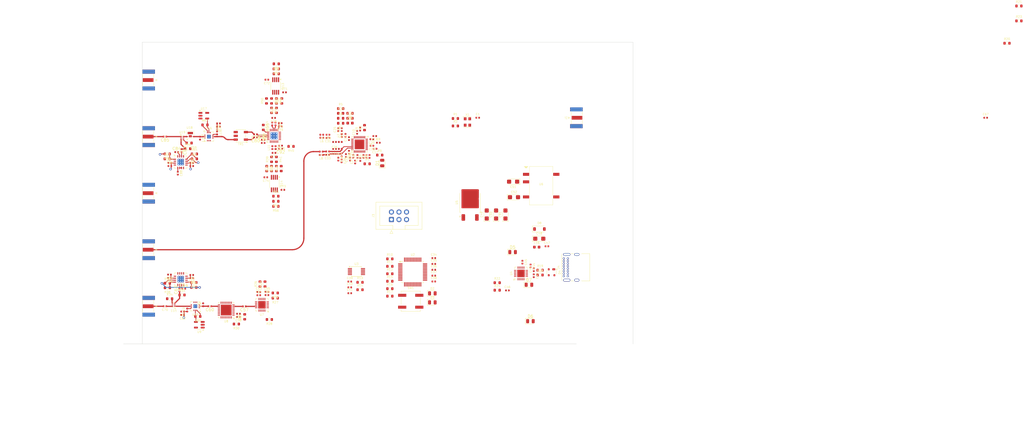
<source format=kicad_pcb>
(kicad_pcb (version 20240108) (generator "pcbnew") (generator_version "8.0")
  (title_block (title "openEPR S-Band Transceiver") (date "2024-03-16") (rev "v1.0") (company "openEPR") (comment 1 "Timothy Keller"))
  (layers (0 "F.Cu" signal) (1 "In1.Cu" signal) (2 "In2.Cu" signal) (31 "B.Cu" signal) (34 "B.Paste" user) (35 "F.Paste" user) (36 "B.SilkS" user "B.Silkscreen") (37 "F.SilkS" user "F.Silkscreen") (38 "B.Mask" user) (39 "F.Mask" user) (44 "Edge.Cuts" user))
  (net 0 "")
  (net 1 "+3.3VA")
  (net 2 "GND")
  (net 3 "Net-(U1-TEMP)")
  (net 4 "Net-(U1-VCOM)")
  (net 5 "Net-(U1-VREF)")
  (net 6 "REF_IN")
  (net 7 "Net-(U1-REFIN)")
  (net 8 "+3V3")
  (net 9 "Net-(U1-CPout)")
  (net 10 "Net-(C22-Pad1)")
  (net 11 "Net-(U1-VTUNE)")
  (net 12 "Net-(U1-RF_OUT_A+)")
  (net 13 "Net-(C30-Pad2)")
  (net 14 "Net-(C31-Pad2)")
  (net 15 "Net-(U1-RF_OUT_A-)")
  (net 16 "Net-(U1-RF_OUT_B+)")
  (net 17 "Net-(C32-Pad2)")
  (net 18 "Net-(U1-RF_OUT_B-)")
  (net 19 "Net-(C33-Pad2)")
  (net 20 "Net-(U2-~{RESET}{slash}PF6)")
  (net 21 "Net-(U3-AIN1)")
  (net 22 "Net-(U3-AIN0)")
  (net 23 "USBDP")
  (net 24 "USBDM")
  (net 25 "+5V")
  (net 26 "Net-(D8-K)")
  (net 27 "-5V")
  (net 28 "Net-(U8-RF1)")
  (net 29 "Net-(U7-RFOUT)")
  (net 30 "Net-(U10-RF_IN)")
  (net 31 "Net-(U8-RF2)")
  (net 32 "Net-(U12-RFIN-)")
  (net 33 "TX_MON")
  (net 34 "Net-(U12-RFIN+)")
  (net 35 "Net-(U12-CRMS)")
  (net 36 "Net-(U11-OUT)")
  (net 37 "TX")
  (net 38 "Net-(C77-Pad1)")
  (net 39 "Net-(C77-Pad2)")
  (net 40 "Net-(C78-Pad1)")
  (net 41 "Net-(C78-Pad2)")
  (net 42 "Net-(C79-Pad2)")
  (net 43 "Net-(U15-RFIN)")
  (net 44 "Net-(U15-RFIP)")
  (net 45 "Net-(U20-RFIN-)")
  (net 46 "RX_MON")
  (net 47 "Net-(U20-RFIN+)")
  (net 48 "RX_IN")
  (net 49 "Net-(U19-IN)")
  (net 50 "Net-(U20-CRMS)")
  (net 51 "Net-(D1-A)")
  (net 52 "Net-(D2-A)")
  (net 53 "Net-(D3-A)")
  (net 54 "VBUS")
  (net 55 "RX_LED")
  (net 56 "Net-(D5-A)")
  (net 57 "Net-(D6-A)")
  (net 58 "Net-(D7-A)")
  (net 59 "TX_LED")
  (net 60 "EXT_REF")
  (net 61 "Net-(J2-In)")
  (net 63 "UPDI")
  (net 67 "Net-(J4-CC2)")
  (net 69 "Net-(J4-CC1)")
  (net 70 "Net-(R53-Pad2)")
  (net 71 "Net-(R55-Pad2)")
  (net 72 "LO+")
  (net 73 "LO-")
  (net 74 "Net-(U10-Vdd)")
  (net 75 "Net-(U15-IHI)")
  (net 76 "Net-(U15-QLO)")
  (net 77 "Net-(U15-ILO)")
  (net 78 "Net-(U15-QHI)")
  (net 79 "Net-(U16-Vdd)")
  (net 80 "XO_REF")
  (net 81 "SYNTH_EN")
  (net 82 "Net-(U1-RSET)")
  (net 83 "Net-(R5-Pad1)")
  (net 84 "Net-(U1-SW)")
  (net 85 "LD")
  (net 86 "Net-(R10-Pad1)")
  (net 87 "RUN_LED")
  (net 88 "ERROR_LED")
  (net 89 "TX_VRMS")
  (net 90 "RX_VRMS")
  (net 91 "MOSI")
  (net 92 "Net-(U2-PA4)")
  (net 93 "Net-(U2-PA5)")
  (net 94 "MISO")
  (net 95 "Net-(U2-PA6)")
  (net 96 "SCLK")
  (net 97 "Net-(U4-USBDP)")
  (net 98 "Net-(U4-USBDM)")
  (net 99 "Net-(U7-PUP1)")
  (net 100 "Net-(U7-PUP2)")
  (net 101 "Net-(R27-Pad2)")
  (net 102 "Net-(R28-Pad2)")
  (net 103 "TX_ATTEN_LE")
  (net 104 "Net-(U8-OPT)")
  (net 105 "Net-(U8-S{slash}~{P})")
  (net 106 "Net-(U10-I_CTRL)")
  (net 107 "Net-(U10-EN)")
  (net 108 "Net-(U11-TERM)")
  (net 109 "Net-(U12-VREF)")
  (net 110 "Net-(U12-VTGT)")
  (net 111 "Net-(U12-TADJ)")
  (net 112 "Net-(R39-Pad1)")
  (net 113 "Net-(R40-Pad2)")
  (net 114 "Net-(R41-Pad2)")
  (net 115 "Net-(R42-Pad1)")
  (net 116 "Net-(U14A-+)")
  (net 117 "Net-(U14A--)")
  (net 118 "IQ_MIXER_EN")
  (net 119 "Net-(U13A-+)")
  (net 120 "Net-(U13A--)")
  (net 121 "Net-(U14B-+)")
  (net 122 "Net-(U14B--)")
  (net 123 "Net-(U13B-+)")
  (net 124 "I_IF")
  (net 125 "Net-(U13B--)")
  (net 126 "Q_IF")
  (net 127 "Net-(U16-I_CTRL)")
  (net 128 "Net-(U16-EN)")
  (net 129 "Net-(U19-TERM)")
  (net 130 "Net-(U20-VTGT)")
  (net 131 "Net-(U20-VREF)")
  (net 132 "Net-(U20-TADJ)")
  (net 134 "Net-(U16-RF_OUT)")
  (net 135 "~{SYNTH_CS}")
  (net 136 "PDB_RF")
  (net 137 "MUXOUT")
  (net 139 "C2")
  (net 140 "C1")
  (net 142 "XO_EN")
  (net 143 "DAC_VOUT")
  (net 144 "AIN2")
  (net 146 "AIN4")
  (net 147 "RX")
  (net 148 "TX_AMP_EN")
  (net 149 "C8")
  (net 151 "C16")
  (net 153 "AIN5")
  (net 154 "~{CS}")
  (net 155 "RX_AMP_EN")
  (net 157 "AIN1")
  (net 158 "AIN3")
  (net 159 "AIN7")
  (net 160 "C4")
  (net 161 "~{CS_ADC}")
  (net 163 "TX_PHASE_LE")
  (net 165 "AIN0")
  (net 185 "Net-(U10-RF_OUT)")
  (net 191 "Net-(C80-Pad2)")
  (net 192 "Net-(U16-RF_IN)")
  (net 194 "Net-(U18-RF_IN)")
  (net 200 "Net-(U15-ADJ)")
  (net 201 "SYNTH_TX")
  (footprint "Inductor_SMD:L_0603_1608Metric" (layer "F.Cu") (at 196.199 94.365)
    (property "Reference" "L16")
    (property "Value" "MH1608-601Y")
  )
  (footprint "Capacitor_SMD:C_0402_1005Metric" (layer "F.Cu") (at 136.7912 54.6354 90)
    (property "Reference" "C9")
    (property "Value" "100nF")
  )
  (footprint "Resistor_SMD:R_0603_1608Metric" (layer "F.Cu") (at 76.8604 110.49)
    (property "Reference" "R33")
    (property "Value" "60.4")
  )
  (footprint "Capacitor_SMD:C_0402_1005Metric" (layer "F.Cu") (at 195.1997 104.0198 -90)
    (property "Reference" "C43")
    (property "Value" "47pF")
  )
  (footprint "Capacitor_SMD:C_0402_1005Metric" (layer "F.Cu") (at 71.12 114.3 180)
    (property "Reference" "C70")
    (property "Value" "10nF")
  )
  (footprint "Capacitor_SMD:C_0402_1005Metric" (layer "F.Cu") (at 161.5743 103.9751)
    (property "Reference" "C37")
    (property "Value" "100nF")
  )
  (footprint "Resistor_SMD:R_0603_1608Metric" (layer "F.Cu") (at 182.9015 108.88)
    (property "Reference" "R24")
    (property "Value" "1k")
  )
  (footprint "Capacitor_SMD:C_0402_1005Metric" (layer "F.Cu") (at 86.233 114.3 180)
    (property "Reference" "C60")
    (property "Value" "10nF")
  )
  (footprint "Inductor_SMD:L_0402_1005Metric" (layer "F.Cu") (at 78.613 115.57 90)
    (property "Reference" "L10")
    (property "Value" "100nH")
  )
  (footprint "Resistor_SMD:R_0603_1608Metric" (layer "F.Cu") (at 136.75 106.23)
    (property "Reference" "R13")
    (property "Value" "1k")
  )
  (footprint "Package_CSP:LFCSP-24-1EP_4x4mm_P0.5mm_EP2.3x2.3mm_ThermalVias" (layer "F.Cu") (at 107.819 56.896 90)
    (property "Reference" "U15")
    (property "Value" "ADL5380")
  )
  (footprint "Resistor_SMD:R_0603_1608Metric" (layer "F.Cu") (at 113.538 60.452 180)
    (property "Reference" "R45")
    (property "Value" "0")
  )
  (footprint "Resistor_SMD:R_0603_1608Metric" (layer "F.Cu") (at 197.3333 102.1402)
    (property "Reference" "R19")
    (property "Value" "27")
  )
  (footprint "Capacitor_SMD:C_0402_1005Metric" (layer "F.Cu") (at 131.8636 56.7182 90)
    (property "Reference" "C11")
    (property "Value" "100nF")
  )
  (footprint "Resistor_SMD:R_0603_1608Metric" (layer "F.Cu") (at 108.2335 109.8164 180)
    (property "Reference" "R29")
    (property "Value" "10k")
  )
  (footprint "Capacitor_SMD:C_0603_1608Metric" (layer "F.Cu") (at 133.3746 50.9778)
    (property "Reference" "C22")
    (property "Value" "47nF")
  )
  (footprint "Capacitor_SMD:C_0402_1005Metric" (layer "F.Cu") (at 102.6963 109.5116)
    (property "Reference" "C53")
    (property "Value" "100nF")
  )
  (footprint "Capacitor_SMD:C_0402_1005Metric" (layer "F.Cu") (at 104.1614 59.2836)
    (property "Reference" "C94")
    (property "Value" "100nF")
  )
  (footprint "Capacitor_SMD:C_0402_1005Metric" (layer "F.Cu") (at 125.9708 56.515 180)
    (property "Reference" "C30")
    (property "Value" "1nF")
  )
  (footprint "Resistor_SMD:R_0603_1608Metric" (layer "F.Cu") (at 79.248 59.309)
    (property "Reference" "R59")
    (property "Value" "50")
  )
  (footprint "Capacitor_SMD:C_0402_1005Metric" (layer "F.Cu") (at 110.0352 61.214 180)
    (property "Reference" "C92")
    (property "Value" "100nF")
  )
  (footprint "Capacitor_SMD:C_0402_1005Metric" (layer "F.Cu") (at 105.0568 70.8636 180)
    (property "Reference" "C74")
    (property "Value" "100nF")
  )
  (footprint "Connector_USB:USB_C_Receptacle_GCT_USB4085" (layer "F.Cu") (at 205.3225 104.15 90)
    (property "Reference" "J4")
    (property "Value" "USB_C_Receptacle_USB2.0_16P")
  )
  (footprint "Capacitor_SMD:C_0402_1005Metric" (layer "F.Cu") (at 101.6 56.388 180)
    (property "Reference" "C79")
    (property "Value" "10nF")
  )
  (footprint "Inductor_SMD:L_0402_1005Metric" (layer "F.Cu") (at 123.6848 63.3222 180)
    (property "Reference" "L8")
    (property "Value" "1.9nH")
  )
  (footprint "Inductor_SMD:L_0402_1005Metric" (layer "F.Cu") (at 108.3064 52.8828 90)
    (property "Reference" "L12")
    (property "Value" "200nH")
  )
  (footprint "Capacitor_SMD:C_0402_1005Metric" (layer "F.Cu") (at 72.771 67.056)
    (property "Reference" "C86")
    (property "Value" "100nF")
  )
  (footprint "Capacitor_SMD:C_0402_1005Metric" (layer "F.Cu") (at 80.137 104.775 180)
    (property "Reference" "C66")
    (property "Value" "100pF")
  )
  (footprint "Resistor_SMD:R_0603_1608Metric" (layer "F.Cu") (at 106.9872 64.8184 90)
    (property "Reference" "R39")
    (property "Value" "0")
  )
  (footprint "Capacitor_SMD:C_0402_1005Metric" (layer "F.Cu") (at 110.0352 60.198 180)
    (property "Reference" "C93")
    (property "Value" "100pF")
  )
  (footprint "Inductor_SMD:L_0402_1005Metric" (layer "F.Cu") (at 130.1136 61.2902 180)
    (property "Reference" "L3")
    (property "Value" "7.5nH")
  )
  (footprint "Resistor_SMD:R_0603_1608Metric" (layer "F.Cu") (at 105.2814 45.1358 90)
    (property "Reference" "R50")
    (property "Value" "430")
  )
  (footprint "Capacitor_SMD:C_0402_1005Metric" (layer "F.Cu") (at 125.8692 63.2714 180)
    (property "Reference" "C33")
    (property "Value" "1nF")
  )
  (footprint "Capacitor_SMD:C_0402_1005Metric" (layer "F.Cu") (at 75.9968 108.8136 90)
    (property "Reference" "C63")
    (property "Value" "10nF")
  )
  (footprint "Oscillator:Oscillator_SMD_EuroQuartz_XO32-4Pin_3.2x2.5mm" (layer "F.Cu") (at 172.896 52.224)
    (property "Reference" "X1")
    (property "Value" "XO32")
  )
  (footprint "Capacitor_SMD:C_0402_1005Metric" (layer "F.Cu") (at 141.7188 56.9722 180)
    (property "Reference" "C19")
    (property "Value" "100nF")
  )
  (footprint "Resistor_SMD:R_0603_1608Metric" (layer "F.Cu") (at 354.425 25.7)
    (property "Reference" "R20")
    (property "Value" "5.1k")
  )
  (footprint "Package_DFN_QFN:QFN-32-1EP_5x5mm_P0.5mm_EP3.6x3.6mm" (layer "F.Cu") (at 91.731 115.566 180)
    (property "Reference" "U8")
    (property "Value" "PE44820")
  )
  (footprint "Capacitor_SMD:C_0402_1005Metric" (layer "F.Cu") (at 77.089 117.221 180)
    (property "Reference" "C62")
    (property "Value" "10pF")
  )
  (footprint "Capacitor_SMD:C_0402_1005Metric" (layer "F.Cu") (at 72.771 66.04)
    (property "Reference" "C87")
    (property "Value" "100pF")
  )
  (footprint "Resistor_SMD:R_0603_1608Metric" (layer "F.Cu") (at 110.2384 67.9172 90)
    (property "Reference" "R49")
    (property "Value" "430")
  )
  (footprint "Capacitor_SMD:C_0402_1005Metric" (layer "F.Cu") (at 176.356 50.784)
    (property "Reference" "C1")
    (property "Value" "100nF")
  )
  (footprint "Resistor_SMD:R_0603_1608Metric" (layer "F.Cu") (at 358.435 18.17)
    (property "Reference" "R23")
    (property "Value" "1k")
  )
  (footprint "Diode_SMD:D_SOD-123" (layer "F.Cu") (at 197.114 88.285)
    (property "Reference" "D8")
    (property "Value" "1N5819")
  )
  (footprint "Inductor_SMD:L_0402_1005Metric" (layer "F.Cu") (at 107.2094 52.8828 90)
    (property "Reference" "L14")
    (property "Value" "200nH")
  )
  (footprint "Capacitor_Tantalum_SMD:CP_EIA-3216-18_Kemet-A" (layer "F.Cu") (at 179.3835 83.39 90)
    (property "Reference" "C49")
    (property "Value" "10uF")
  )
  (footprint "Package_SO:MSOP-8_3x3mm_P0.65mm" (layer "F.Cu") (at 107.9274 72.9722 -90)
    (property "Reference" "U14")
    (property "Value" "LT1819")
  )
  (footprint "Capacitor_Tantalum_SMD:CP_EIA-3216-18_Kemet-A" (layer "F.Cu") (at 182.5335 83.39 90)
    (property "Reference" "C50")
    (property "Value" "10uF")
  )
  (footprint "Package_CSP:LFCSP-32-1EP_5x5mm_P0.5mm_EP3.25x3.25mm" (layer "F.Cu") (at 136.588 59.7662 -90)
    (property "Reference" "U1")
    (property "Value" "ADF4351")
  )
  (footprint "Resistor_SMD:R_0603_1608Metric" (layer "F.Cu") (at 108.581 32.639 180)
    (property "Reference" "R58")
    (property "Value" "0")
  )
  (footprint "Capacitor_SMD:C_0402_1005Metric" (layer "F.Cu") (at 80.137 67.056)
    (property "Reference" "C89")
    (property "Value" "100nF")
  )
  (footprint "Capacitor_SMD:C_0402_1005Metric" (layer "F.Cu") (at 133.31 105.96)
    (property "Reference" "C39")
    (property "Value" "10nF")
  )
  (footprint "Capacitor_SMD:C_0402_1005Metric" (layer "F.Cu") (at 135.7752 55.7022 90)
    (property "Reference" "C10")
    (property "Value" "10pF")
  )
  (footprint "Connector_IDC:IDC-Header_2x03_P2.54mm_Vertical" (layer "F.Cu") (at 147.32 85.09 90)
    (property "Reference" "J3")
    (property "Value" "AVR-UPDI-6")
  )
  (footprint "Inductor_SMD:L_0402_1005Metric" (layer "F.Cu") (at 83.97 113.792 90)
    (property "Reference" "L9")
    (property "Value" "100nH")
  )
  (footprint "Capacitor_SMD:C_0402_1005Metric" (layer "F.Cu") (at 125.9708 57.531 180)
    (property "Reference" "C31")
    (property "Value" "1nF")
  )
  (footprint "Resistor_SMD:R_0603_1608Metric" (layer "F.Cu") (at 71.945 106.553)
    (property "Reference" "R35")
    (property "Value" "3.74")
  )
  (footprint "Resistor_SMD:R_0603_1608Metric" (layer "F.Cu") (at 71.882 64.643)
    (property "Reference" "R63")
    (property "Value" "270")
  )
  (footprint "Resistor_SMD:R_0603_1608Metric" (layer "F.Cu") (at 82.169 117.729 180)
    (property "Reference" "R32")
    (property "Value" "3.92k")
  )
  (footprint "Capacitor_SMD:C_0402_1005Metric" (layer "F.Cu") (at 142.9152 59.2074)
    (property "Reference" "C8")
    (property "Value" "10nF")
  )
  (footprint "Capacitor_SMD:C_0402_1005Metric" (layer "F.Cu") (at 186.3415 108.96)
    (property "Reference" "C46")
    (property "Value" "100nF")
  )
  (footprint "Resistor_SMD:R_0603_1608Metric" (layer "F.Cu") (at 108.581 35.9918)
    (property "Reference" "R55")
    (property "Value" "430")
  )
  (footprint "Capacitor_SMD:C_0402_1005Metric" (layer "F.Cu") (at 110.7972 75.08)
    (property "Reference" "C73")
    (property "Value" "100nF")
  )
  (footprint "Inductor_SMD:L_0402_1005Metric" (layer "F.Cu") (at 107.2642 60.856 90)
    (property "Reference" "L11")
    (property "Value" "200nH")
  )
  (footprint "Capacitor_SMD:C_0402_1005Metric" (layer "F.Cu") (at 135.1148 65.7098 90)
    (property "Reference" "C2")
    (property "Value" "100nF")
  )
  (footprint "Resistor_SMD:R_0603_1608Metric" (layer "F.Cu") (at 106.9872 67.9172 90)
    (property "Reference" "R43")
    (property "Value" "200")
  )
  (footprint "Inductor_SMD:L_0402_1005Metric" (layer "F.Cu") (at 108.331 60.856 -90)
    (property "Reference" "L13")
    (property "Value" "200nH")
  )
  (footprint "Resistor_SMD:R_0603_1608Metric" (layer "F.Cu") (at 139.1534 66.3194)
    (property "Reference" "R4")
    (property "Value" "4.7k")
  )
  (footprint "Resistor_SMD:R_0603_1608Metric" (layer "F.Cu") (at 108.6474 45.1358 -90)
    (property "Reference" "R48")
    (property "Value" "200")
  )
  (footprint "Package_TO_SOT_SMD:SOT-23-5" (layer "F.Cu") (at 82.677 120.523 180)
    (property "Reference" "U9")
    (property "Value" "SN74LVC1G125DCK")
  )
  (footprint "Package_DFN_QFN:QFN-16-1EP_4x4mm_P0.65mm_EP2.1x2.1mm_ThermalVias" (layer "F.Cu") (at 76.409 65.745)
    (property "Reference" "U20")
    (property "Value" "ADL5906")
  )
  (footprint "Resistor_SMD:R_0603_1608Metric" (layer "F.Cu") (at 168.846 53.564)
    (property "Reference" "R2")
    (property "Value" "0")
  )
  (footprint "_tim-RF-Mini-Circuits:JC0603C" (layer "F.Cu") (at 76.943 57.666)
    (property "Reference" "U19")
    (property "Value" "DCW-22-332+")
  )
  (footprint "Resistor_SMD:R_0603_1608Metric" (layer "F.Cu") (at 146.7843 110.8851)
    (property "Reference" "R17")
    (property "Value" "27")
  )
  (footprint "Capacitor_SMD:C_0402_1005Metric" (layer "F.Cu") (at 199.639 94.095)
    (property "Reference" "C47")
    (property "Value" "100nF")
  )
  (footprint "Resistor_SMD:R_0603_1608Metric" (layer "F.Cu") (at 130.238 47.7266)
    (property "Reference" "R5")
    (property "Value" "0")
  )
  (footprint "Capacitor_SMD:C_0402_1005Metric" (layer "F.Cu") (at 71.12 57.15 180)
    (property "Reference" "C85")
    (property "Value" "10nF")
  )
  (footprint "Capacitor_SMD:C_0402_1005Metric" (layer "F.Cu") (at 161.5743 102.0051)
    (property "Reference" "C36")
    (property "Value" "10nF")
  )
  (footprint "Connector_Coaxial:SMA_Samtec_SMA-J-P-X-ST-EM1_EdgeMount" (layer "F.Cu") (at 65.659 114.3 -90)
    (property "Reference" "J5" (hide yes))
    (property "Value" "SMA")
  )
  (footprint "LED_SMD:LED_0805_2012Metric" (layer "F.Cu") (at 188.0877 96.0442)
    (property "Reference" "D5")
    (property "Value" "150080VS75000" (hide yes))
  )
  (footprint "Resistor_SMD:R_0603_1608Metric" (layer "F.Cu") (at 136.75 108.74)
    (property "Reference" "R14")
    (property "Value" "1k")
  )
  (footprint "Resistor_SMD:R_0603_1608Metric" (layer "F.Cu") (at 146.7843 103.3551)
    (property "Reference" "R12")
    (property "Value" "1k")
  )
  (footprint "Inductor_SMD:L_0402_1005Metric" (layer "F.Cu") (at 123.6848 62.2046 180)
    (property "Reference" "L7")
    (property "Value" "1.9nH")
  )
  (footprint "Capacitor_SMD:C_0402_1005Metric" (layer "F.Cu") (at 89.143 52.705 180)
    (property "Reference" "C81")
    (property "Value" "100nF")
  )
  (footprint "Capacitor_SMD:C_0402_1005Metric" (layer "F.Cu") (at 109.9018 53.6448 180)
    (property "Reference" "C76")
    (property "Value" "100pF")
  )
  (footprint "Capacitor_SMD:C_0402_1005Metric" (layer "F.Cu") (at 161.5743 100.0351)
    (property "Reference" "C35")
    (property "Value" "100nF")
  )
  (footprint "Capacitor_SMD:C_0402_1005Metric" (layer "F.Cu") (at 133.032 57.8358 90)
    (property "Reference" "C12")
    (property "Value" "10pF")
  )
  (footprint "Capacitor_SMD:C_0402_1005Metric" (layer "F.Cu") (at 129.4532 64.7446 -90)
    (property "Reference" "C28")
    (property "Value" "100nF")
  )
  (footprint "LED_SMD:LED_0805_2012Metric" (layer "F.Cu") (at 161.0843 112.9901)
    (property "Reference" "D3")
    (property "Value" "150080SS75000" (hide yes))
  )
  (footprint "Resistor_SMD:R_0603_1608Metric" (layer "F.Cu") (at 95.1546 120.2808 180)
    (property "Reference" "R30")
    (property "Value" "10k")
  )
  (footprint "Capacitor_SMD:C_0402_1005Metric" (layer "F.Cu") (at 105.4395 110.5276)
    (property "Reference" "C56")
    (property "Value" "100pF")
  )
  (footprint "Capacitor_SMD:C_0402_1005Metric" (layer "F.Cu") (at 111.3546 42.2402)
    (property "Reference" "C71")
    (property "Value" "100nF")
  )
  (footprint "Resistor_SMD:R_0603_1608Metric" (layer "F.Cu") (at 143.383 63.373)
    (property "Reference" "R9")
    (property "Value" "1k")
  )
  (footprint "Button_Switch_SMD:SW_SPST_B3SL-1002P" (layer "F.Cu") (at 153.8143 112.6051)
    (property "Reference" "SW1")
    (property "Value" "SW_Push")
  )
  (footprint "Capacitor_SMD:C_0402_1005Metric" (layer "F.Cu") (at 80.137 66.04)
    (property "Reference" "C90")
    (property "Value" "100pF")
  )
  (footprint "Capacitor_SMD:C_0402_1005Metric" (layer "F.Cu") (at 133.032 62.4078 -90)
    (property "Reference" "C14")
    (property "Value" "10pF")
  )
  (footprint "Connector_Coaxial:SMA_Samtec_SMA-J-P-X-ST-EM1_EdgeMount" (layer "F.Cu") (at 65.659 57.15 -90)
    (property "Reference" "J8" (hide yes))
    (property "Value" "SMA")
  )
  (footprint "Package_SO:MSOP-10_3x3mm_P0.5mm" (layer "F.Cu") (at 135.55 102.6)
    (property "Reference" "U3")
    (property "Value" "ADS1118IDGS")
  )
  (footprint "Capacitor_SMD:C_0402_1005Metric" (layer "F.Cu") (at 105.4395 109.4608)
    (property "Reference" "C55")
    (property "Value" "100nF")
  )
  (footprint "Resistor_SMD:R_0603_1608Metric" (layer "F.Cu") (at 108.581 34.3408 180)
    (property "Reference" "R54")
    (property "Value" "200")
  )
  (footprint "Resistor_SMD:R_0603_1608Metric" (layer "F.Cu") (at 168.846 51.054)
    (property "Reference" "R1")
    (property "Value" "0")
  )
  (footprint "Inductor_SMD:L_0402_1005Metric" (layer "F.Cu") (at 88.658 55.903 -90)
    (property "Reference" "L15")
    (property "Value" "100nH")
  )
  (footprint "Capacitor_SMD:C_0402_1005Metric" (layer "F.Cu") (at 137.9088 63.8302 90)
    (property "Reference" "C5")
    (property "Value" "10pF")
  )
  (footprint "Resistor_SMD:R_0603_1608Metric" (layer "F.Cu") (at 146.7843 105.8651)
    (property "Reference" "R15")
    (property "Value" "27")
  )
  (footprint "Capacitor_SMD:C_0402_1005Metric" (layer "F.Cu") (at 133.31 107.93)
    (property "Reference" "C40")
    (property "Value" "10nF")
  )
  (footprint "_tim-RF:DFN-2-2.3x2.3" (layer "F.Cu") (at 79.658 56.478)
    (property "Reference" "U18")
    (property "Value" "SKY16603-632LF")
  )
  (footprint "Capacitor_SMD:C_0402_1005Metric" (layer "F.Cu") (at 107.6944 50.8508 180)
    (property "Reference" "C78")
    (property "Value" "3pF")
  )
  (footprint "Inductor_SMD:L_0402_1005Metric" (layer "F.Cu") (at 130.5708 56.769 90)
    (property "Reference" "L1")
    (property "Value" "7.5nH")
  )
  (footprint "Capacitor_SMD:C_0402_1005Metric" (layer "F.Cu") (at 72.644 104.775 180)
    (property "Reference" "C69")
    (property "Value" "100pF")
  )
  (footprint "Resistor_SMD:R_0603_1608Metric" (layer "F.Cu") (at 106.9964 45.1358 -90)
    (property "Reference" "R47")
    (property "Value" "200")
  )
  (footprint "Resistor_SMD:R_0603_1608Metric" (layer "F.Cu") (at 105.3616 67.9172 -90)
    (property "Reference" "R46")
    (property "Value" "430")
  )
  (footprint "Package_DFN_QFN:QFN-20-1EP_4x4mm_P0.5mm_EP2.5x2.5mm" (layer "F.Cu") (at 190.9015 103.22 90)
    (property "Reference" "U4")
    (property "Value" "FT231XQ")
  )
  (footprint "Resistor_SMD:R_0603_1608Metric" (layer "F.Cu") (at 130.2258 50.9778)
    (property "Reference" "R6")
    (property "Value" "360")
  )
  (footprint "Resistor_SMD:R_0603_1608Metric" (layer "F.Cu") (at 106.2523 118.7572 180)
    (property "Reference" "R28")
    (property "Value" "10k")
  )
  (footprint "Resistor_SMD:R_0603_1608Metric" (layer "F.Cu") (at 84.582 53.213)
    (property "Reference" "R57")
    (property "Value" "3.92k")
  )
  (footprint "Capacitor_SMD:C_0402_1005Metric" (layer "F.Cu") (at 161.5743 98.0651)
    (property "Reference" "C34")
    (property "Value" "100nF")
  )
  (footprint "Resistor_SMD:R_0603_1608Metric" (layer "F.Cu") (at 80.835 107.95)
    (property "Reference" "R36")
    (property "Value" "1.5k")
  )
  (footprint "Resistor_SMD:R_0603_1608Metric" (layer "F.Cu") (at 81.026 64.643)
    (property "Reference" "R61")
    (property "Value" "3.74")
  )
  (footprint "Inductor_SMD:L_0402_1005Metric" (layer "F.Cu") (at 82.931 57.658 -90)
    (property "Reference" "L17")
    (property "Value" "100nH")
  )
  (footprint "Capacitor_SMD:C_0402_1005Metric" (layer "F.Cu") (at 102.6963 110.5784)
    (property "Reference" "C54")
    (property "Value" "100pF")
  )
  (footprint "Capacitor_SMD:C_0402_1005Metric" (layer "F.Cu") (at 97.818 114.3372 180)
    (property "Reference" "C57")
    (property "Value" "10nF")
  )
  (footprint "Resistor_SMD:R_0603_1608Metric" (layer "F.Cu") (at 197.3333 103.7658)
    (property "Reference" "R18")
    (property "Value" "27")
  )
  (footprint "Capacitor_SMD:C_0402_1005Metric" (layer "F.Cu") (at 133.4384 64.7446 90)
    (property "Reference" "C15")
    (property "Value" "100nF")
  )
  (footprint "Inductor_SMD:L_0402_1005Metric" (layer "F.Cu") (at 130.1084 58.9534)
    (property "Reference" "L2")
    (property "Value" "7.5nH")
  )
  (footprint "Resistor_SMD:R_0603_1608Metric" (layer "F.Cu") (at 108.435 77.2136)
    (property "Reference" "R53")
    (property "Value" "430")
  )
  (footprint "Resistor_SMD:R_0603_1608Metric" (layer "F.Cu") (at 108.6128 67.9172 90)
    (property "Reference" "R44")
    (property "Value" "200")
  )
  (footprint "Capacitor_SMD:C_0402_1005Metric" (layer "F.Cu") (at 135.8768 63.8302 90)
    (property "Reference" "C3")
    (property "Value" "10pF")
  )
  (footprint "Resistor_SMD:R_0603_1608Metric" (layer "F.Cu") (at 130.238 52.6542 180)
    (property "Reference" "R7")
    (property "Value" "0")
  )
  (footprint "Resistor_SMD:R_0603_1608Metric" (layer "F.Cu") (at 103.1027 106.8192 90)
    (property "Reference" "R26")
    (property "Value" "10k")
  )
  (footprint "Resistor_SMD:R_0603_1608Metric" (layer "F.Cu") (at 81.026 62.992)
    (property "Reference" "R64")
    (property "Value" "2k")
  )
  (footprint "Resistor_SMD:R_0603_1608Metric" (layer "F.Cu") (at 146.7843 108.3751)
    (property "Reference" "R16")
    (property "Value" "27")
  )
  (footprint "Capacitor_Tantalum_SMD:CP_EIA-3216-18_Kemet-A" (layer "F.Cu") (at 188.2599 72.3232 180)
    (property "Reference" "C51")
    (property "Value" "4.7uF")
  )
  (footprint "Capacitor_SMD:C_0402_1005Metric" (layer "F.Cu") (at 125.8692 62.1538 180)
    (property "Reference" "C32")
    (property "Value" "1nF")
  )
  (footprint "Capacitor_Tantalum_SMD:CP_EIA-3216-18_Kemet-A" (layer "F.Cu") (at 197.064 91.535)
    (property "Reference" "C48")
    (property "Value" "10uF")
  )
  (footprint "Inductor_SMD:L_0402_1005Metric" (layer "F.Cu") (at 123.888 57.531 180)
    (property "Reference" "L6")
    (property "Value" "1.9nH")
  )
  (footprint "Package_SO:MSOP-8_3x3mm_P0.65mm" (layer "F.Cu") (at 108.3704 40.1023 -90)
    (property "Reference" "U13")
    (property "Value" "LT1819")
  )
  (footprint "Resistor_SMD:R_0603_1608Metric" (layer "F.Cu") (at 110.4254 45.1358 90)
    (property "Reference" "R52")
    (property "Value" "430")
  )
  (footprint "Capacitor_SMD:C_0402_1005Metric" (layer "F.Cu") (at 107.8 62.634 180)
    (property "Reference" "C77")
    (property "Value" "3pF")
  )
  (footprint "_tim-DC-DC:IES0105S05-H" (layer "F.Cu") (at 197.7025 73.66)
    (property "Reference" "U6")
    (property "Value" "IES0105S05-H")
  )
  (footprint "Resistor_SMD:R_0603_1608Metric" (layer "F.Cu") (at 146.7843 100.8451)
    (property "Reference" "R11")
    (property "Value" "1k")
  )
  (footprint "Capacitor_SMD:C_0402_1005Metric" (layer "F.Cu") (at 80.137 103.759 180)
    (property "Reference" "C65")
    (property "Value" "100nF")
  )
  (footprint "Package_DFN_QFN:QFN-16-1EP_4x4mm_P0.65mm_EP2.1x2.1mm_ThermalVias" (layer "F.Cu") (at 76.4228 105.1658 180)
    (property "Reference" "U12")
    (property "Value" "ADL5906")
  )
  (footprint "Capacitor_SMD:C_0402_1005Metric" (layer "F.Cu") (at 76.708 61.849 -90)
    (property "Reference" "C83")
    (property "Value" "10nF")
  )
  (footprint "Resistor_SMD:R_0603_1608Metric" (layer "F.Cu") (at 106.9964 48.3108 -90)
    (property "Reference" "R42")
    (property "Value" "0")
  )
  (footprint "Capacitor_SMD:C_0402_1005Metric" (layer "F.Cu") (at 133.31 109.9)
    (property "Reference" "C41")
    (property "Value" "100nF")
  )
  (footprint "Resistor_SMD:R_0603_1608Metric" (layer "F.Cu") (at 358.435 13.15)
    (property "Reference" "R21")
    (property "Value" "5.1k")
  )
  (footprint "Capacitor_SMD:C_0402_1005Metric" (layer "F.Cu") (at 128.178 58.9534 180)
    (property "Reference" "C26")
    (property "Value" "120pF")
  )
  (footprint "Capacitor_SMD:C_0402_1005Metric" (layer "F.Cu") (at 130.5936 54.7878 90)
    (property "Reference" "C24")
    (property "Value" "120pF")
  )
  (footprint "Capacitor_SMD:C_0402_1005Metric" (layer "F.Cu") (at 130.5428 65.3034 -90)
    (property "Reference" "C29")
    (property "Value" "120pF")
  )
  (footprint "Capacitor_SMD:C_0402_1005Metric" (layer "F.Cu") (at 89.143 53.749 180)
    (property "Reference" "C82")
    (property "Value" "10pF")
  )
  (footprint "Capacitor_SMD:C_0402_1005Metric" (layer "F.Cu") (at 77.47 108.3564)
    (property "Reference" "C64")
    (property "Value" "10nF")
  )
  (footprint "LED_SMD:LED_0805_2012Metric" (layer "F.Cu") (at 194.0821 119.3186)
    (property "Reference" "D6")
    (property "Value" "150080VS75000" (hide yes))
  )
  (footprint "Capacitor_SMD:C_0402_1005Metric" (layer "F.Cu") (at 161.5743 105.9451)
    (property "Reference" "C38")
    (property "Value" "10nF")
  )
  (footprint "Inductor_SMD:L_0402_1005Metric" (layer "F.Cu") (at 123.888 56.515 180)
    (property "Reference" "L5")
    (property "Value" "1.9nH")
  )
  (footprint "Resistor_SMD:R_0603_1608Metric" (layer "F.Cu") (at 108.2335 111.5436 180)
    (property "Reference" "R27")
    (property "Value" "10k")
  )
  (footprint "Transformer_SMD:Transformer_MACOM_SM-22" (layer "F.Cu") (at 96.647 56.896 180)
    (property "Reference" "TR1")
    (property "Value" "ETC1-1-13")
  )
  (footprint "Resistor_SMD:R_0603_1608Metric" (layer "F.Cu") (at 80.835 106.299 180)
    (property "Reference" "R37")
    (property "Value" "270")
  )
  (footprint "Capacitor_Tantalum_SMD:CP_EIA-3216-18_Kemet-A" (layer "F.Cu") (at 188.5589 77.5556)
    (property "Reference" "C52")
    (property "Value" "10uF")
  )
  (footprint "Capacitor_SMD:C_0402_1005Metric" (layer "F.Cu") (at 136.842 64.8462 90)
    (property "Reference" "C4")
    (property "Value" "100nF")
  )
  (footprint "Capacitor_SMD:C_0402_1005Metric" (layer "F.Cu") (at 101.6 57.404 180)
    (property "Reference" "C80")
    (property "Value" "10nF")
  )
  (footprint "Capacitor_SMD:C_0402_1005Metric" (layer "F.Cu") (at 129.4532 54.7878 90)
    (property "Reference" "C25")
    (property "Value" "100nF")
  )
  (footprint "Connector_Coaxial:SMA_Samtec_SMA-J-P-X-ST-EM1_EdgeMount" (layer "F.Cu") (at 209.55 50.8 90)
    (property "Reference" "J1")
    (property "Value" "SMA")
  )
  (footprint "Package_TO_SOT_SMD:SOT-23-5" (layer "F.Cu") (at 84.1955 50.104)
    (property "Reference" "U17")
    (property "Value" "SN74LVC1G125DCK")
  )
  (footprint "Capacitor_SMD:C_0402_1005Metric" (layer "F.Cu") (at 194.1329 100.7178 -90)
    (property "Reference" "C44")
    (property "Value" "100nF")
  )
  (footprint "Capacitor_SMD:C_0402_1005Metric" (layer "F.Cu") (at 134.4544 63.7794 90)
    (property "Reference" "C16")
    (property "Value" "10pF")
  )
  (footprint "Resistor_SMD:R_0603_1608Metric" (layer "F.Cu") (at 108.435 80.6426 180)
    (property "Reference" "R56")
    (property "Value" "0")
  )
  (footprint "Resistor_SMD:R_0603_1608Metric" (layer "F.Cu") (at 104.2122 54.0512 -90)
    (property "Reference" "R65")
    (property "Value" "1.5k")
  )
  (footprint "Resistor_SMD:R_0603_1608Metric" (layer "F.Cu") (at 97.9486 117.8424 90)
    (property "Reference" "R31")
    (property "Value" "10k")
  )
  (footprint "Capacitor_SMD:C_0603_1608Metric" (layer "F.Cu") (at 130.225 49.3014)
    (property "Reference" "C23")
    (property "Value" "680pF")
  )
  (footprint "Capacitor_SMD:C_0402_1005Metric" (layer "F.Cu") (at 139.9408 63.8302 90)
    (property "Reference" "C6")
    (property "Value" "100nF")
  )
  (footprint "Capacitor_SMD:C_0402_1005Metric" (layer "F.Cu") (at 195.1997 101.9878 90)
    (property "Reference" "C42")
    (property "Value" "47pF")
  )
  (footprint "Resistor_SMD:R_0603_1608Metric" (layer "F.Cu") (at 108.6464 48.3108 90)
    (property "Reference" "R40")
    (property "Value" "0")
  )
  (footprint "Resistor_SMD:R_0603_1608Metric" (layer "F.Cu") (at 71.882 62.992 180)
    (property "Reference" "R62")
    (property "Value" "1.5k")
  )
  (footprint "Inductor_SMD:L_0402_1005Metric" (layer "F.Cu") (at 130.5428 63.3222 90)
    (property "Reference" "L4")
    (property "Value" "7.5nH")
  )
  (footprint "Connector_Coaxial:SMA_Samtec_SMA-J-P-X-ST-EM1_EdgeMount" (layer "F.Cu") (at 65.659 95.25 -90)
    (property "Reference" "J2" (hide yes))
    (property "Value" "SMA")
  )
  (footprint "Capacitor_SMD:C_0402_1005Metric" (layer "F.Cu") (at 140.7028 58.039 180)
    (property "Reference" "C20")
    (property "Value" "10pF")
  )
  (footprint "_tim-RF-Mini-Circuits:DQ1225" (layer "F.Cu") (at 85.898 57.15)
    (property "Reference" "U16")
    (property "Value" "TSS-53LNB3+")
  )
  (footprint "Capacitor_SMD:C_0402_1005Metric" (layer "F.Cu") (at 95.8658 116.8264 180)
    (property "Reference" "C59")
    (property "Value" "100pF")
  )
  (footprint "LED_SMD:LED_0805_2012Metric" (layer "F.Cu") (at 144.2157 66.0454 90)
    (property "Reference" "D1")
    (property "Value" "150080VS75000" (hide yes))
  )
  (footprint "Resistor_SMD:R_0603_1608Metric" (layer "F.Cu") (at 108.6128 64.8184 -90)
    (property "Reference" "R41")
    (property "Value" "0")
  )
  (footprint "Resistor_SMD:R_0603_1608Metric" (layer "F.Cu") (at 133.3754 49.3014 180)
    (property "Reference" "R8")
    (property "Value" "1k")
  )
  (footprint "Connector_Coaxial:SMA_Samtec_SMA-J-P-X-ST-EM1_EdgeMount" (layer "F.Cu") (at 65.659 76.2 -90)
    (property "Reference" "J7" (hide yes))
    (property "Value" "SMA")
  )
  (footprint "Resistor_SMD:R_0603_1608Metric" (layer "F.Cu") (at 71.945 108.077 180)
    (property "Reference" "R38")
    (property "Value" "2k")
  )
  (footprint "Package_DFN_QFN:QFN-20-1EP_4x4mm_P0.5mm_EP2.5x2.5mm" (layer "F.Cu") (at 103.743 113.8 180)
    (property "Reference" "U7")
    (property "Value" "DAT-31A+")
  )
  (footprint "Capacitor_SMD:C_0603_1608Metric" (layer "F.Cu") (at 133.3876 52.6034)
    (property "Reference" "C21")
    (property "Value" "2.7nF")
  )
  (footprint "Capacitor_SMD:C_0402_1005Metric" (layer "F.Cu") (at 105.411 37.973 180)
    (property "Reference" "C72")
    (property "Value" "100nF")
  )
  (footprint "Resistor_SMD:R_0603_1608Metric" (layer "F.Cu") (at 146.7843 98.3351)
    (property "Reference" "R10")
    (property "Value" "1k")
  )
  (footprint "Capacitor_SMD:C_0402_1005Metric" (layer "F.Cu") (at 95.8658 117.8424 180)
    (property "Reference" "C58")
    (property "Value" "100nF")
  )
  (footprint "Resistor_SMD:R_0603_1608Metric" (layer "F.Cu") (at 104.7791 106.8192 90)
    (property "Reference" "R25")
    (property "Value" "10k")
  )
  (footprint "Resistor_SMD:R_0603_1608Metric" (layer "F.Cu") (at 138.2644 54.1274 90)
    (property "Reference" "R3")
    (property "Value" "10k")
  )
  (footprint "Capacitor_SMD:C_0402_1005Metric" (layer "F.Cu") (at 347.255 50.79)
    (property "Reference" "C67")
    (property "Value" "100nF")
  )
  (footprint "Resistor_SMD:R_0603_1608Metric" (layer "F.Cu") (at 78.804 61.214)
    (property "Reference" "R60")
    (property "Value" "60.4")
  )
  (footprint "Capacitor_SMD:C_0402_1005Metric" (layer "F.Cu") (at 109.9018 52.6288 180)
    (property "Reference" "C75")
    (property "Value" "100nF")
  )
  (footprint "Package_QFP:TQFP-48_7x7mm_P0.5mm" (layer "F.Cu") (at 154.4643 102.7551)
    (property "Reference" "U2")
    (property "Value" "AVR128DA48x-xPT")
  )
  (footprint "Resistor_SMD:R_0603_1608Metric" (layer "F.Cu") (at 72.6948 111.76)
    (property "Reference" "R34")
    (property "Value" "50")
  )
  (footprint "_tim-RF-Mini-Circuits:JC0603C" (layer "F.Cu") (at 74.0289 113.8 180)
    (property "Reference" "U11")
    (property "Value" "DCW-22-332+")
  )
  (footprint "Capacitor_SMD:C_0402_1005Metric" (layer "F.Cu") (at 75.057 62.357)
    (property "Reference" "C84")
    (property "Value" "10nF")
  )
  (footprint "LED_SMD:LED_0805_2012Metric" (layer "F.Cu") (at 193.5941 107.0478)
    (property "Reference" "D7")
    (property "Value" "150080VS75000" (hide yes))
  )
  (footprint "Capacitor_Tantalum_SMD:CP_EIA-3216-18_Kemet-A" (layer "F.Cu") (at 185.6835 83.39 90)
    (property "Reference" "C91")
    (property "Value" "10uF")
  )
  (footprint "Connector_Coaxial:SMA_Samtec_SMA-J-P-X-ST-EM1_EdgeMount" (layer "F.Cu") (at 65.659 38.1 -90)
    (property "Reference" "J6" (hide yes))
    (property "Value" "SMA")
  )
  (footprint "Package_TO_SOT_SMD:SOT-143" (layer "F.Cu") (at 201.1941 102.8514 -90)
    (property "Reference" "D4")
    (property "Value" "SP0503BAHT")
  )
  (footprint "LED_SMD:LED_0805_2012Metric" (layer "F.Cu") (at 161.0843 109.9501)
    (property "Reference" "D2")
    (property "Value" "150080VS75000" (hide yes))
  )
  (footprint "Capacitor_SMD:C_0402_1005Metric" (layer "F.Cu") (at 72.644 103.632 180)
    (property "Reference" "C68")
    (property "Value" "100nF")
  )
  (footprint "Resistor_SMD:R_0603_1608Metric" (layer "F.Cu") (at 182.9015 106.37)
    (property "Reference" "R22")
    (property "Value" "1k")
  )
  (footprint "Capacitor_SMD:C_0402_1005Metric" (layer "F.Cu") (at 77.089 116.078 180)
    (property "Reference" "C61")
    (property "Value" "100nF")
  )
  (footprint "Capacitor_SMD:C_0402_1005Metric" (layer "F.Cu") (at 141.8204 61.2394 180)
    (property "Reference" "C17")
    (property "Value" "100nF")
  )
  (footprint "Capacitor_SMD:C_0402_1005Metric" (layer "F.Cu") (at 104.1614 58.2168)
    (property "Reference" "C95")
    (property "Value" "100pF")
  )
  (footprint "Resistor_SMD:R_0603_1608Metric" (layer "F.Cu") (at 108.435 78.9408 180)
    (property "Reference" "R51")
    (property "Value" "200")
  )
  (footprint "Capacitor_SMD:C_0402_1005Metric" (layer "F.Cu") (at 138.9248 63.8302 90)
    (property "Reference" "C7")
    (property "Value" "10pF")
  )
  (footprint "Capacitor_SMD:C_0402_1005Metric" (layer "F.Cu") (at 140.7536 60.2234 180)
    (property "Reference" "C18")
    (property "Value" "10pF")
  )
  (footprint "Capacitor_SMD:C_0402_1005Metric" (layer "F.Cu") (at 132.016 63.5254 -90)
    (property "Reference" "C13")
    (property "Value" "100nF")
  )
  (footprint "_tim-RF-Mini-Circuits:DQ1225" (layer "F.Cu") (at 81.3308 114.3 180)
    (property "Reference" "U10")
    (property "Value" "TSS-53LNB3+")
  )
  (footprint "Capacitor_SMD:C_0402_1005Metric" (layer "F.Cu") (at 191.3897 99.4478 -90)
    (property "Reference" "C45")
    (property "Value" "100nF")
  )
  (footprint "Capacitor_SMD:C_0402_1005Metric" (layer "F.Cu") (at 75.438 69.469 -90)
    (property "Reference" "C88")
    (property "Value" "100nF")
  )
  (footprint "Capacitor_SMD:C_0402_1005Metric" (layer "F.Cu") (at 128.1832 61.2902 180)
    (property "Reference" "C27")
    (property "Value" "120pF")
  )
  (footprint "Package_TO_SOT_SMD:TO-252-2" (layer "F.Cu") (at 173.7885 79.345 90)
    (property "Reference" "U5")
    (property "Value" "AZ1117ID-3.3TRG1")
  )
  (gr_line (start 228.6 25.4) (end 63.5 25.4) (stroke (width 0.1)) (layer "Edge.Cuts"))
  (gr_line (start 57.15 127) (end 209.55 127) (stroke (width 0.1)) (layer "Edge.Cuts"))
  (gr_line (start 63.5 25.4) (end 63.5 127) (stroke (width 0.1)) (layer "Edge.Cuts"))
  (gr_line (start 228.6 127) (end 228.6 25.4) (stroke (width 0.1)) (layer "Edge.Cuts"))
  (segment (start 77.569 116.078) (end 77.569 117.221) (width 0.254) (layer "F.Cu") (net 1))
  (segment (start 77.569 118.011) (end 77.47 118.11) (width 0.254) (layer "F.Cu") (net 1))
  (segment (start 88.663 52.705) (end 88.663 53.749) (width 0.254) (layer "F.Cu") (net 1))
  (segment (start 78.613 116.055) (end 77.592 116.055) (width 0.254) (layer "F.Cu") (net 1))
  (segment (start 77.569 117.221) (end 77.569 118.011) (width 0.254) (layer "F.Cu") (net 1))
  (segment (start 88.658 53.754) (end 88.663 53.749) (width 0.254) (layer "F.Cu") (net 1))
  (segment (start 88.658 55.418) (end 88.658 53.754) (width 0.254) (layer "F.Cu") (net 1))
  (segment (start 77.592 116.055) (end 77.569 116.078) (width 0.254) (layer "F.Cu") (net 1))
  (via (at 77.47 118.11) (size 0.8) (drill 0.4) (layers "F.Cu" "B.Cu") (net 1))
  (segment (start 130.054999 62.1538) (end 126.3492 62.1538) (width 0.394208) (layer "F.Cu") (net 16))
  (segment (start 130.5986 61.2902) (end 130.5986 61.610199) (width 0.394208) (layer "F.Cu") (net 16))
  (segment (start 130.5986 61.610199) (end 130.054999 62.1538) (width 0.394208) (layer "F.Cu") (net 16))
  (segment (start 134.188 60.5162) (end 131.3726 60.5162) (width 0.25) (layer "F.Cu") (net 16))
  (segment (start 131.3726 60.5162) (end 130.5986 61.2902) (width 0.25) (layer "F.Cu") (net 16))
  (segment (start 125.3892 62.1538) (end 124.2206 62.1538) (width 0.394208) (layer "F.Cu") (net 17))
  (segment (start 124.2206 62.1538) (end 124.1698 62.2046) (width 0.394208) (layer "F.Cu") (net 17))
  (segment (start 130.5428 62.8372) (end 130.388 62.992) (width 0.394208) (layer "F.Cu") (net 18))
  (segment (start 130.388 62.992) (end 126.6286 62.992) (width 0.394208) (layer "F.Cu") (net 18))
  (segment (start 132.5318 61.0162) (end 130.7108 62.8372) (width 0.25) (layer "F.Cu") (net 18))
  (segment (start 130.7108 62.8372) (end 130.5428 62.8372) (width 0.25) (layer "F.Cu") (net 18))
  (segment (start 134.188 61.0162) (end 132.5318 61.0162) (width 0.25) (layer "F.Cu") (net 18))
  (segment (start 126.6286 62.992) (end 126.3492 63.2714) (width 0.394208) (layer "F.Cu") (net 18))
  (segment (start 125.3892 63.2714) (end 124.2206 63.2714) (width 0.394208) (layer "F.Cu") (net 19))
  (segment (start 124.2206 63.2714) (end 124.1698 63.3222) (width 0.394208) (layer "F.Cu") (net 19))
  (segment (start 79.657 103.759) (end 79.657 104.775) (width 0.254) (layer "F.Cu") (net 25))
  (segment (start 79.657 67.056) (end 79.657 66.04) (width 0.254) (layer "F.Cu") (net 25))
  (segment (start 109.069 54.9585) (end 109.069 54.634) (width 0.254) (layer "F.Cu") (net 25))
  (segment (start 79.657 67.056) (end 79.657 67.973) (width 0.254) (layer "F.Cu") (net 25))
  (segment (start 109.4218 54.2812) (end 109.4218 53.6448) (width 0.254) (layer "F.Cu") (net 25))
  (segment (start 73.124 103.632) (end 73.124 104.775) (width 0.254) (layer "F.Cu") (net 25))
  (segment (start 79.5912 104.8408) (end 79.657 104.775) (width 0.254) (layer "F.Cu") (net 25))
  (segment (start 73.251 66.04) (end 73.251 67.056) (width 0.254) (layer "F.Cu") (net 25))
  (segment (start 74.459 66.07) (end 73.281 66.07) (width 0.254) (layer "F.Cu") (net 25))
  (segment (start 109.4218 53.6448) (end 109.4218 52.6288) (width 0.254) (layer "F.Cu") (net 25))
  (segment (start 73.1898 104.8408) (end 73.124 104.775) (width 0.254) (layer "F.Cu") (net 25))
  (segment (start 109.069 54.634) (end 109.4218 54.2812) (width 0.254) (layer "F.Cu") (net 25))
  (segment (start 73.251 67.056) (end 73.251 67.846) (width 0.254) (layer "F.Cu") (net 25))
  (segment (start 78.3728 104.8408) (end 79.5912 104.8408) (width 0.254) (layer "F.Cu") (net 25))
  (segment (start 73.281 66.07) (end 73.251 66.04) (width 0.254) (layer "F.Cu") (net 25))
  (segment (start 78.359 66.07) (end 79.627 66.07) (width 0.254) (layer "F.Cu") (net 25))
  (segment (start 74.4728 104.8408) (end 73.1898 104.8408) (width 0.254) (layer "F.Cu") (net 25))
  (segment (start 79.657 67.973) (end 79.756 68.072) (width 0.254) (layer "F.Cu") (net 25))
  (segment (start 79.627 66.07) (end 79.657 66.04) (width 0.254) (layer "F.Cu") (net 25))
  (segment (start 73.251 67.846) (end 73.025 68.072) (width 0.254) (layer "F.Cu") (net 25))
  (via (at 79.756 68.072) (size 0.8) (drill 0.4) (layers "F.Cu" "B.Cu") (net 25))
  (via (at 73.025 68.072) (size 0.8) (drill 0.4) (layers "F.Cu" "B.Cu") (net 25))
  (segment (start 94.181 114.316) (end 94.73271 114.316) (width 0.254) (layer "F.Cu") (net 28))
  (segment (start 94.73271 114.316) (end 94.75391 114.3372) (width 0.254) (layer "F.Cu") (net 28))
  (segment (start 97.338 114.3372) (end 94.75391 114.3372) (width 0.394208) (layer "F.Cu") (net 28))
  (segment (start 98.298 114.3372) (end 101.20409 114.3372) (width 0.394208) (layer "F.Cu") (net 29))
  (segment (start 101.8055 114.3) (end 101.24129 114.3) (width 0.254) (layer "F.Cu") (net 29))
  (segment (start 101.24129 114.3) (end 101.20409 114.3372) (width 0.254) (layer "F.Cu") (net 29))
  (segment (start 83.97 114.277) (end 85.73 114.277) (width 0.394208) (layer "F.Cu") (net 30))
  (segment (start 82.6858 114.3) (end 83.947 114.3) (width 0.254) (layer "F.Cu") (net 30))
  (segment (start 85.73 114.277) (end 85.753 114.3) (width 0.254) (layer "F.Cu") (net 30))
  (segment (start 83.947 114.3) (end 83.97 114.277) (width 0.254) (layer "F.Cu") (net 30))
  (segment (start 88.757 114.3) (end 88.773 114.316) (width 0.394208) (layer "F.Cu") (net 31))
  (segment (start 86.713 114.3) (end 88.757 114.3) (width 0.394208) (layer "F.Cu") (net 31))
  (segment (start 88.773 114.316) (end 89.281 114.316) (width 0.254) (layer "F.Cu") (net 31))
  (segment (start 76.7478 108.1142) (end 76.99 108.3564) (width 0.254) (layer "F.Cu") (net 32))
  (segment (start 76.7478 107.1158) (end 76.7478 108.1142) (width 0.254) (layer "F.Cu") (net 32))
  (segment (start 74.4289 113.3) (end 74.4289 113.2771) (width 0.254) (layer "F.Cu") (net 33))
  (segment (start 76.0354 109.3322) (end 75.9968 109.2936) (width 0.394208) (layer "F.Cu") (net 33))
  (segment (start 74.4289 113.2771) (end 74.676 113.03) (width 0.254) (layer "F.Cu") (net 33))
  (segment (start 76.0354 110.49) (end 76.0354 111.6706) (width 0.394208) (layer "F.Cu") (net 33))
  (segment (start 76.0354 111.6706) (end 74.676 113.03) (width 0.394208) (layer "F.Cu") (net 33))
  (segment (start 76.0354 110.49) (end 76.0354 109.3322) (width 0.394208) (layer "F.Cu") (net 33))
  (segment (start 76.0978 107.1158) (end 76.0978 108.2326) (width 0.254) (layer "F.Cu") (net 34))
  (segment (start 76.0978 108.2326) (end 75.9968 108.3336) (width 0.254) (layer "F.Cu") (net 34))
  (segment (start 71.6 114.3) (end 71.622104 114.322104) (width 0.394208) (layer "F.Cu") (net 36))
  (segment (start 71.622104 114.322104) (end 73.6289 114.322104) (width 0.394208) (layer "F.Cu") (net 36))
  (segment (start 65.459 114.3) (end 70.64 114.3) (width 0.394208) (layer "F.Cu") (net 37))
  (segment (start 100.358 55.626) (end 101.12 56.388) (width 0.394208) (layer "F.Cu") (net 42))
  (segment (start 98.362 55.626) (end 100.358 55.626) (width 0.394208) (layer "F.Cu") (net 42))
  (segment (start 102.338 56.646) (end 105.8815 56.646) (width 0.254) (layer "F.Cu") (net 43))
  (segment (start 102.08 56.388) (end 102.338 56.646) (width 0.254) (layer "F.Cu") (net 43))
  (segment (start 102.338 57.146) (end 105.8815 57.146) (width 0.254) (layer "F.Cu") (net 44))
  (segment (start 102.08 57.404) (end 102.338 57.146) (width 0.254) (layer "F.Cu") (net 44))
  (segment (start 76.084 63.795) (end 76.084 63.257) (width 0.254) (layer "F.Cu") (net 45))
  (segment (start 75.537 62.71) (end 75.537 62.357) (width 0.254) (layer "F.Cu") (net 45))
  (segment (start 76.084 63.257) (end 75.537 62.71) (width 0.254) (layer "F.Cu") (net 45))
  (segment (start 76.543 58.166) (end 76.543 59.778) (width 0.394208) (layer "F.Cu") (net 46))
  (segment (start 76.543 59.778) (end 77.979 61.214) (width 0.394208) (layer "F.Cu") (net 46))
  (segment (start 77.852 61.341) (end 76.736 61.341) (width 0.394208) (layer "F.Cu") (net 46))
  (segment (start 77.979 61.214) (end 77.852 61.341) (width 0.394208) (layer "F.Cu") (net 46))
  (segment (start 76.736 61.341) (end 76.708 61.369) (width 0.394208) (layer "F.Cu") (net 46))
  (segment (start 76.734 63.795) (end 76.734 62.355) (width 0.254) (layer "F.Cu") (net 47))
  (segment (start 76.734 62.355) (end 76.708 62.329) (width 0.254) (layer "F.Cu") (net 47))
  (segment (start 65.459 57.15) (end 70.64 57.15) (width 0.394208) (layer "F.Cu") (net 48))
  (segment (start 71.6 57.15) (end 71.606104 57.143896) (width 0.394208) (layer "F.Cu") (net 49))
  (segment (start 71.606104 57.143896) (end 76.543 57.143896) (width 0.394208) (layer "F.Cu") (net 49))
  (segment (start 75.438 67.699) (end 75.434 67.695) (width 0.254) (layer "F.Cu") (net 50))
  (segment (start 75.438 68.989) (end 75.438 67.699) (width 0.254) (layer "F.Cu") (net 50))
  (segment (start 123.1998 62.2046) (end 121.045128 62.205624) (width 0.394208) (layer "F.Cu") (net 61))
  (segment (start 113.97867 95.25) (end 65.4225 95.25) (width 0.394208) (layer "F.Cu") (net 61))
  (segment (start 117.857269 65.394999) (end 117.857269 91.371401) (width 0.394208) (layer "F.Cu") (net 61))
  (arc (start 121.045128 62.205624) (mid 118.790879 63.140306) (end 117.857269 65.394999) (width 0.394208) (layer "F.Cu") (net 61))
  (arc (start 117.857269 91.371401) (mid 116.721254 94.113985) (end 113.97867 95.25) (width 0.394208) (layer "F.Cu") (net 61))
  (segment (start 79.6908 115.085) (end 78.613 115.085) (width 0.254) (layer "F.Cu") (net 74))
  (segment (start 79.9758 114.8) (end 79.6908 115.085) (width 0.254) (layer "F.Cu") (net 74))
  (segment (start 108.3064 53.9996) (end 108.3064 53.3678) (width 0.254) (layer "F.Cu") (net 76))
  (segment (start 108.069 54.237) (end 108.3064 53.9996) (width 0.254) (layer "F.Cu") (net 76))
  (segment (start 108.069 54.9585) (end 108.069 54.237) (width 0.254) (layer "F.Cu") (net 76))
  (segment (start 107.569 54.9585) (end 107.569 54.229) (width 0.254) (layer "F.Cu") (net 78))
  (segment (start 107.2094 53.8694) (end 107.2094 53.3678) (width 0.254) (layer "F.Cu") (net 78))
  (segment (start 107.569 54.229) (end 107.2094 53.8694) (width 0.254) (layer "F.Cu") (net 78))
  (segment (start 87.515 56.388) (end 88.658 56.388) (width 0.254) (layer "F.Cu") (net 79))
  (segment (start 87.253 56.65) (end 87.515 56.388) (width 0.254) (layer "F.Cu") (net 79))
  (segment (start 76.084 67.695) (end 76.734 67.695) (width 0.254) (layer "F.Cu") (net 90))
  (segment (start 82.994 117.729) (end 82.994 116.8182) (width 0.254) (layer "F.Cu") (net 106))
  (segment (start 82.994 116.8182) (end 81.8308 115.655) (width 0.254) (layer "F.Cu") (net 106))
  (segment (start 81.5395 119.573) (end 81.5395 117.9245) (width 0.254) (layer "F.Cu") (net 107))
  (segment (start 81.5395 117.9245) (end 81.344 117.729) (width 0.254) (layer "F.Cu") (net 107))
  (segment (start 81.344 117.729) (end 81.344 115.6682) (width 0.254) (layer "F.Cu") (net 107))
  (segment (start 81.344 115.6682) (end 81.3308 115.655) (width 0.254) (layer "F.Cu") (net 107))
  (segment (start 73.533 113.03) (end 73.6289 113.1259) (width 0.254) (layer "F.Cu") (net 108))
  (segment (start 73.5198 113.0168) (end 73.5198 111.76) (width 0.394208) (layer "F.Cu") (net 108))
  (segment (start 73.6289 113.1259) (end 73.6289 113.3) (width 0.254) (layer "F.Cu") (net 108))
  (segment (start 73.533 113.03) (end 73.5198 113.0168) (width 0.394208) (layer "F.Cu") (net 108))
  (segment (start 70.104 106.553) (end 71.12 106.553) (width 0.254) (layer "F.Cu") (net 109))
  (segment (start 82.804 107.95) (end 81.66 107.95) (width 0.254) (layer "F.Cu") (net 109))
  (segment (start 74.4728 105.4908) (end 72.1822 105.4908) (width 0.254) (layer "F.Cu") (net 109))
  (segment (start 72.1822 105.4908) (end 71.12 106.553) (width 0.254) (layer "F.Cu") (net 109))
  (via (at 82.804 107.95) (size 0.8) (drill 0.4) (layers "F.Cu" "B.Cu") (net 109))
  (via (at 70.104 106.553) (size 0.8) (drill 0.4) (layers "F.Cu" "B.Cu") (net 109))
  (segment (start 71.501 107.95) (end 70.104 106.553) (width 0.254) (layer "B.Cu") (net 109))
  (segment (start 82.804 107.95) (end 71.501 107.95) (width 0.254) (layer "B.Cu") (net 109))
  (segment (start 72.77 108.077) (end 72.77 106.553) (width 0.254) (layer "F.Cu") (net 110))
  (segment (start 74.4728 106.1408) (end 73.1822 106.1408) (width 0.254) (layer "F.Cu") (net 110))
  (segment (start 73.1822 106.1408) (end 72.77 106.553) (width 0.254) (layer "F.Cu") (net 110))
  (segment (start 79.8518 106.1408) (end 80.01 106.299) (width 0.254) (layer "F.Cu") (net 111))
  (segment (start 80.01 106.299) (end 80.01 107.95) (width 0.254) (layer "F.Cu") (net 111))
  (segment (start 78.3728 106.1408) (end 79.8518 106.1408) (width 0.254) (layer "F.Cu") (net 111))
  (segment (start 83.757 53.531) (end 85.398 55.172) (width 0.254) (layer "F.Cu") (net 127))
  (segment (start 85.398 55.172) (end 85.398 55.795) (width 0.254) (layer "F.Cu") (net 127))
  (segment (start 83.757 53.213) (end 83.757 53.531) (width 0.254) (layer "F.Cu") (net 127))
  (segment (start 85.898 54.529) (end 85.898 55.795) (width 0.254) (layer "F.Cu") (net 128))
  (segment (start 85.407 53.213) (end 85.407 51.128) (width 0.254) (layer "F.Cu") (net 128))
  (segment (start 85.407 51.128) (end 85.333 51.054) (width 0.254) (layer "F.Cu") (net 128))
  (segment (start 85.407 54.038) (end 85.898 54.529) (width 0.254) (layer "F.Cu") (net 128))
  (segment (start 85.407 53.213) (end 85.407 54.038) (width 0.254) (layer "F.Cu") (net 128))
  (segment (start 77.343 58.166) (end 77.343 58.229) (width 0.254) (layer "F.Cu") (net 129))
  (segment (start 77.343 58.229) (end 78.423 59.309) (width 0.254) (layer "F.Cu") (net 129))
  (segment (start 80.137 62.992) (end 80.201 62.992) (width 0.254) (layer "F.Cu") (net 130))
  (segment (start 80.201 62.993) (end 81.851 64.643) (width 0.254) (layer "F.Cu") (net 130))
  (segment (start 78.359 64.77) (end 80.137 62.992) (width 0.254) (layer "F.Cu") (net 130))
  (segment (start 80.201 62.992) (end 80.201 62.993) (width 0.254) (layer "F.Cu") (net 130))
  (segment (start 80.201 64.643) (end 81.471 65.913) (width 0.254) (layer "F.Cu") (net 131))
  (segment (start 81.471 65.913) (end 82.296 65.913) (width 0.254) (layer "F.Cu") (net 131))
  (segment (start 78.359 65.42) (end 78.783999 65.42) (width 0.254) (layer "F.Cu") (net 131))
  (segment (start 78.783999 65.42) (end 79.560999 64.643) (width 0.254) (layer "F.Cu") (net 131))
  (segment (start 79.560999 64.643) (end 80.201 64.643) (width 0.254) (layer "F.Cu") (net 131))
  (segment (start 71.057 62.992) (end 69.596 62.992) (width 0.254) (layer "F.Cu") (net 131))
  (segment (start 69.596 62.992) (end 69.469 63.119) (width 0.254) (layer "F.Cu") (net 131))
  (via (at 69.469 63.119) (size 0.8) (drill 0.4) (layers "F.Cu" "B.Cu") (net 131))
  (via (at 82.296 65.913) (size 0.8) (drill 0.4) (layers "F.Cu" "B.Cu") (net 131))
  (segment (start 72.707 62.992) (end 72.707 64.643) (width 0.254) (layer "F.Cu") (net 132))
  (segment (start 72.834 64.77) (end 72.707 64.643) (width 0.254) (layer "F.Cu") (net 132))
  (segment (start 74.459 64.77) (end 72.834 64.77) (width 0.254) (layer "F.Cu") (net 132))
  (segment (start 91.449025 57.794025) (end 91.313 57.658) (width 0.394208) (layer "F.Cu") (net 134))
  (segment (start 91.313 57.658) (end 91.176974 57.521974) (width 0.394208) (layer "F.Cu") (net 134))
  (segment (start 87.884 57.15) (end 87.253 57.15) (width 0.254) (layer "F.Cu") (net 134))
  (segment (start 90.278949 57.15) (end 87.884 57.15) (width 0.394208) (layer "F.Cu") (net 134))
  (segment (start 94.932 58.166) (end 92.347051 58.166) (width 0.394208) (layer "F.Cu") (net 134))
  (segment (start 87.884 57.15) (end 88.9 57.15) (width 0.394208) (layer "F.Cu") (net 134))
  (arc (start 91.176974 57.521974) (mid 90.764957 57.246673) (end 90.278949 57.15) (width 0.394208) (layer "F.Cu") (net 134))
  (arc (start 92.347051 58.166) (mid 91.861043 58.069327) (end 91.449025 57.794025) (width 0.394208) (layer "F.Cu") (net 134))
  (segment (start 74.93 114.3) (end 79.502 114.3) (width 0.394208) (layer "F.Cu") (net 185))
  (segment (start 79.9758 114.3) (end 79.502 114.3) (width 0.254) (layer "F.Cu") (net 185))
  (segment (start 74.4289 114.3) (end 74.93 114.3) (width 0.254) (layer "F.Cu") (net 185))
  (segment (start 98.362 58.166) (end 100.358 58.166) (width 0.394208) (layer "F.Cu") (net 191))
  (segment (start 100.358 58.166) (end 101.12 57.404) (width 0.394208) (layer "F.Cu") (net 191))
  (segment (start 83.942375 57.173) (end 83.947 57.168375) (width 0.394208) (layer "F.Cu") (net 192))
  (segment (start 83.965375 57.15) (end 84.543 57.15) (width 0.254) (layer "F.Cu") (net 192))
  (segment (start 83.947 57.168375) (end 83.965375 57.15) (width 0.254) (layer "F.Cu") (net 192))
  (segment (start 82.931 57.173) (end 83.942375 57.173) (width 0.394208) (layer "F.Cu") (net 192))
  (segment (start 82.908 57.15) (end 82.931 57.173) (width 0.394208) (layer "F.Cu") (net 192))
  (segment (start 80.708 57.15) (end 82.908 57.15) (width 0.394208) (layer "F.Cu") (net 192))
  (segment (start 78.451896 57.143896) (end 77.343 57.143896) (width 0.394208) (layer "F.Cu") (net 194))
  (segment (start 78.458 57.15) (end 78.451896 57.143896) (width 0.394208) (layer "F.Cu") (net 194))
  (segment (start 104.982 55.646) (end 104.2122 54.8762) (width 0.254) (layer "F.Cu") (net 200))
  (segment (start 105.8815 55.646) (end 104.982 55.646) (width 0.254) (layer "F.Cu") (net 200))
)
</source>
